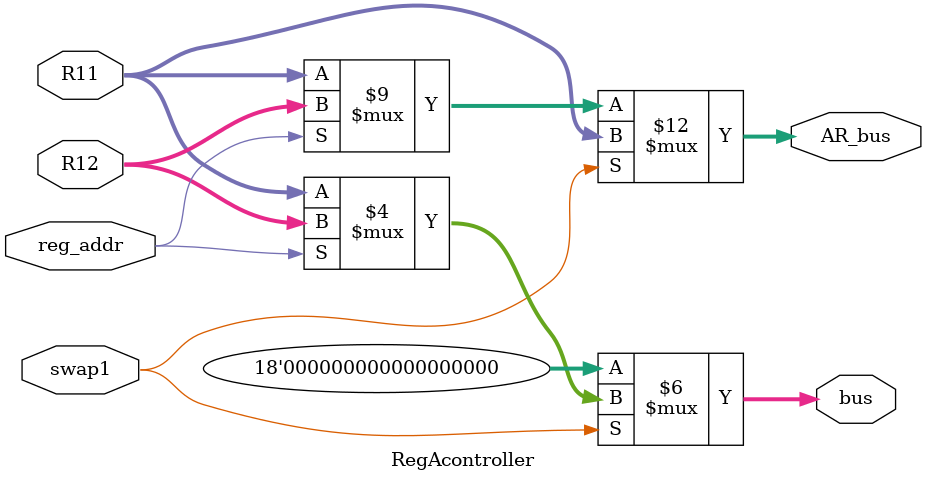
<source format=v>
`timescale 1ns / 1ps
module RegAcontroller(swap1,reg_addr,bus,AR_bus,R11,R12
    );
	input swap1,reg_addr;
	input [17:0] R11,R12;
	output reg [17:0] bus, AR_bus;
	
	always @ (R11 or R12 or swap1 or reg_addr)
	if(swap1) begin
	AR_bus<=R11;
	 if (reg_addr)
	 bus<=R12;
	 else
	 bus<=R11; end
	else begin
	 bus<=8'b0;
	 if (reg_addr)
	 AR_bus<=R12;
	 else
	 AR_bus<=R11; end
endmodule

</source>
